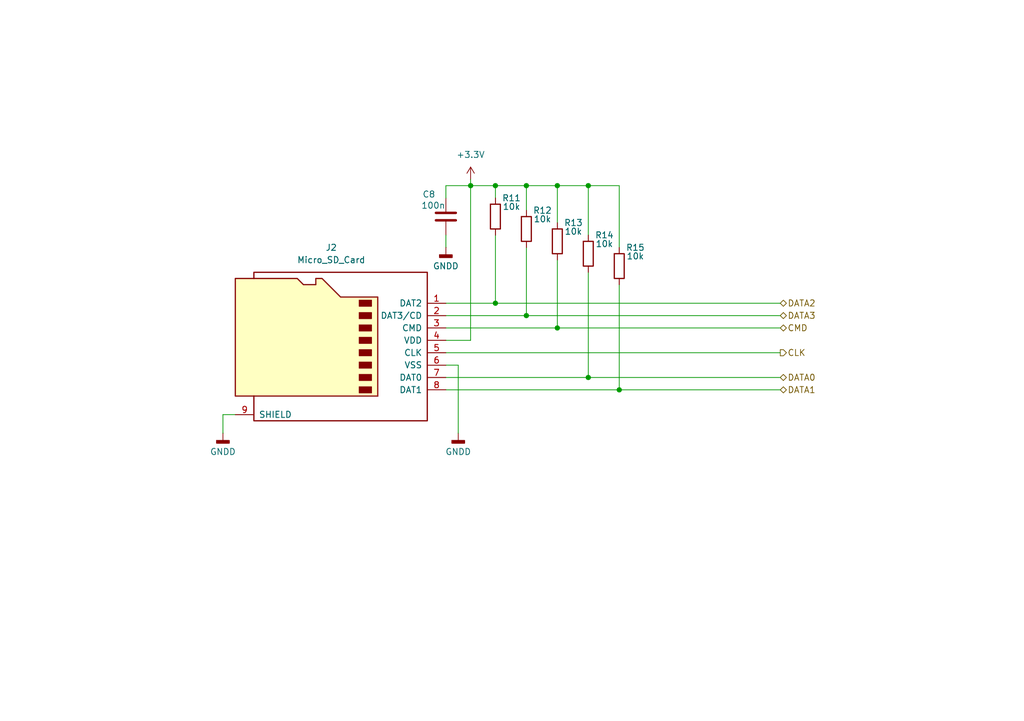
<source format=kicad_sch>
(kicad_sch
	(version 20250114)
	(generator "eeschema")
	(generator_version "9.0")
	(uuid "7662511e-850c-45f3-bb55-83a083d608d3")
	(paper "A5")
	(lib_symbols
		(symbol "Connector:Micro_SD_Card"
			(pin_names
				(offset 1.016)
			)
			(exclude_from_sim no)
			(in_bom yes)
			(on_board yes)
			(property "Reference" "J"
				(at -16.51 15.24 0)
				(effects
					(font
						(size 1.27 1.27)
					)
				)
			)
			(property "Value" "Micro_SD_Card"
				(at 16.51 15.24 0)
				(effects
					(font
						(size 1.27 1.27)
					)
					(justify right)
				)
			)
			(property "Footprint" ""
				(at 29.21 7.62 0)
				(effects
					(font
						(size 1.27 1.27)
					)
					(hide yes)
				)
			)
			(property "Datasheet" "https://www.we-online.com/components/products/datasheet/693072010801.pdf"
				(at 0 0 0)
				(effects
					(font
						(size 1.27 1.27)
					)
					(hide yes)
				)
			)
			(property "Description" "Micro SD Card Socket"
				(at 0 0 0)
				(effects
					(font
						(size 1.27 1.27)
					)
					(hide yes)
				)
			)
			(property "ki_keywords" "connector SD microsd"
				(at 0 0 0)
				(effects
					(font
						(size 1.27 1.27)
					)
					(hide yes)
				)
			)
			(property "ki_fp_filters" "microSD*"
				(at 0 0 0)
				(effects
					(font
						(size 1.27 1.27)
					)
					(hide yes)
				)
			)
			(symbol "Micro_SD_Card_0_1"
				(polyline
					(pts
						(xy -8.89 -11.43) (xy -8.89 8.89) (xy -1.27 8.89) (xy 2.54 12.7) (xy 3.81 12.7) (xy 3.81 11.43)
						(xy 6.35 11.43) (xy 7.62 12.7) (xy 20.32 12.7) (xy 20.32 -11.43) (xy -8.89 -11.43)
					)
					(stroke
						(width 0.254)
						(type default)
					)
					(fill
						(type background)
					)
				)
				(rectangle
					(start -7.62 8.255)
					(end -5.08 6.985)
					(stroke
						(width 0)
						(type default)
					)
					(fill
						(type outline)
					)
				)
				(rectangle
					(start -7.62 5.715)
					(end -5.08 4.445)
					(stroke
						(width 0)
						(type default)
					)
					(fill
						(type outline)
					)
				)
				(rectangle
					(start -7.62 3.175)
					(end -5.08 1.905)
					(stroke
						(width 0)
						(type default)
					)
					(fill
						(type outline)
					)
				)
				(rectangle
					(start -7.62 0.635)
					(end -5.08 -0.635)
					(stroke
						(width 0)
						(type default)
					)
					(fill
						(type outline)
					)
				)
				(rectangle
					(start -7.62 -1.905)
					(end -5.08 -3.175)
					(stroke
						(width 0)
						(type default)
					)
					(fill
						(type outline)
					)
				)
				(rectangle
					(start -7.62 -4.445)
					(end -5.08 -5.715)
					(stroke
						(width 0)
						(type default)
					)
					(fill
						(type outline)
					)
				)
				(rectangle
					(start -7.62 -6.985)
					(end -5.08 -8.255)
					(stroke
						(width 0)
						(type default)
					)
					(fill
						(type outline)
					)
				)
				(rectangle
					(start -7.62 -9.525)
					(end -5.08 -10.795)
					(stroke
						(width 0)
						(type default)
					)
					(fill
						(type outline)
					)
				)
				(polyline
					(pts
						(xy 16.51 12.7) (xy 16.51 13.97) (xy -19.05 13.97) (xy -19.05 -16.51) (xy 16.51 -16.51) (xy 16.51 -11.43)
					)
					(stroke
						(width 0.254)
						(type default)
					)
					(fill
						(type none)
					)
				)
			)
			(symbol "Micro_SD_Card_1_1"
				(pin bidirectional line
					(at -22.86 7.62 0)
					(length 3.81)
					(name "DAT2"
						(effects
							(font
								(size 1.27 1.27)
							)
						)
					)
					(number "1"
						(effects
							(font
								(size 1.27 1.27)
							)
						)
					)
				)
				(pin bidirectional line
					(at -22.86 5.08 0)
					(length 3.81)
					(name "DAT3/CD"
						(effects
							(font
								(size 1.27 1.27)
							)
						)
					)
					(number "2"
						(effects
							(font
								(size 1.27 1.27)
							)
						)
					)
				)
				(pin input line
					(at -22.86 2.54 0)
					(length 3.81)
					(name "CMD"
						(effects
							(font
								(size 1.27 1.27)
							)
						)
					)
					(number "3"
						(effects
							(font
								(size 1.27 1.27)
							)
						)
					)
				)
				(pin power_in line
					(at -22.86 0 0)
					(length 3.81)
					(name "VDD"
						(effects
							(font
								(size 1.27 1.27)
							)
						)
					)
					(number "4"
						(effects
							(font
								(size 1.27 1.27)
							)
						)
					)
				)
				(pin input line
					(at -22.86 -2.54 0)
					(length 3.81)
					(name "CLK"
						(effects
							(font
								(size 1.27 1.27)
							)
						)
					)
					(number "5"
						(effects
							(font
								(size 1.27 1.27)
							)
						)
					)
				)
				(pin power_in line
					(at -22.86 -5.08 0)
					(length 3.81)
					(name "VSS"
						(effects
							(font
								(size 1.27 1.27)
							)
						)
					)
					(number "6"
						(effects
							(font
								(size 1.27 1.27)
							)
						)
					)
				)
				(pin bidirectional line
					(at -22.86 -7.62 0)
					(length 3.81)
					(name "DAT0"
						(effects
							(font
								(size 1.27 1.27)
							)
						)
					)
					(number "7"
						(effects
							(font
								(size 1.27 1.27)
							)
						)
					)
				)
				(pin bidirectional line
					(at -22.86 -10.16 0)
					(length 3.81)
					(name "DAT1"
						(effects
							(font
								(size 1.27 1.27)
							)
						)
					)
					(number "8"
						(effects
							(font
								(size 1.27 1.27)
							)
						)
					)
				)
				(pin passive line
					(at 20.32 -15.24 180)
					(length 3.81)
					(name "SHIELD"
						(effects
							(font
								(size 1.27 1.27)
							)
						)
					)
					(number "9"
						(effects
							(font
								(size 1.27 1.27)
							)
						)
					)
				)
			)
			(embedded_fonts no)
		)
		(symbol "Device:C"
			(pin_numbers
				(hide yes)
			)
			(pin_names
				(offset 0.254)
			)
			(exclude_from_sim no)
			(in_bom yes)
			(on_board yes)
			(property "Reference" "C"
				(at 0.635 2.54 0)
				(effects
					(font
						(size 1.27 1.27)
					)
					(justify left)
				)
			)
			(property "Value" "C"
				(at 0.635 -2.54 0)
				(effects
					(font
						(size 1.27 1.27)
					)
					(justify left)
				)
			)
			(property "Footprint" ""
				(at 0.9652 -3.81 0)
				(effects
					(font
						(size 1.27 1.27)
					)
					(hide yes)
				)
			)
			(property "Datasheet" "~"
				(at 0 0 0)
				(effects
					(font
						(size 1.27 1.27)
					)
					(hide yes)
				)
			)
			(property "Description" "Unpolarized capacitor"
				(at 0 0 0)
				(effects
					(font
						(size 1.27 1.27)
					)
					(hide yes)
				)
			)
			(property "ki_keywords" "cap capacitor"
				(at 0 0 0)
				(effects
					(font
						(size 1.27 1.27)
					)
					(hide yes)
				)
			)
			(property "ki_fp_filters" "C_*"
				(at 0 0 0)
				(effects
					(font
						(size 1.27 1.27)
					)
					(hide yes)
				)
			)
			(symbol "C_0_1"
				(polyline
					(pts
						(xy -2.032 0.762) (xy 2.032 0.762)
					)
					(stroke
						(width 0.508)
						(type default)
					)
					(fill
						(type none)
					)
				)
				(polyline
					(pts
						(xy -2.032 -0.762) (xy 2.032 -0.762)
					)
					(stroke
						(width 0.508)
						(type default)
					)
					(fill
						(type none)
					)
				)
			)
			(symbol "C_1_1"
				(pin passive line
					(at 0 3.81 270)
					(length 2.794)
					(name "~"
						(effects
							(font
								(size 1.27 1.27)
							)
						)
					)
					(number "1"
						(effects
							(font
								(size 1.27 1.27)
							)
						)
					)
				)
				(pin passive line
					(at 0 -3.81 90)
					(length 2.794)
					(name "~"
						(effects
							(font
								(size 1.27 1.27)
							)
						)
					)
					(number "2"
						(effects
							(font
								(size 1.27 1.27)
							)
						)
					)
				)
			)
			(embedded_fonts no)
		)
		(symbol "Device:R"
			(pin_numbers
				(hide yes)
			)
			(pin_names
				(offset 0)
			)
			(exclude_from_sim no)
			(in_bom yes)
			(on_board yes)
			(property "Reference" "R"
				(at 2.032 0 90)
				(effects
					(font
						(size 1.27 1.27)
					)
				)
			)
			(property "Value" "R"
				(at 0 0 90)
				(effects
					(font
						(size 1.27 1.27)
					)
				)
			)
			(property "Footprint" ""
				(at -1.778 0 90)
				(effects
					(font
						(size 1.27 1.27)
					)
					(hide yes)
				)
			)
			(property "Datasheet" "~"
				(at 0 0 0)
				(effects
					(font
						(size 1.27 1.27)
					)
					(hide yes)
				)
			)
			(property "Description" "Resistor"
				(at 0 0 0)
				(effects
					(font
						(size 1.27 1.27)
					)
					(hide yes)
				)
			)
			(property "ki_keywords" "R res resistor"
				(at 0 0 0)
				(effects
					(font
						(size 1.27 1.27)
					)
					(hide yes)
				)
			)
			(property "ki_fp_filters" "R_*"
				(at 0 0 0)
				(effects
					(font
						(size 1.27 1.27)
					)
					(hide yes)
				)
			)
			(symbol "R_0_1"
				(rectangle
					(start -1.016 -2.54)
					(end 1.016 2.54)
					(stroke
						(width 0.254)
						(type default)
					)
					(fill
						(type none)
					)
				)
			)
			(symbol "R_1_1"
				(pin passive line
					(at 0 3.81 270)
					(length 1.27)
					(name "~"
						(effects
							(font
								(size 1.27 1.27)
							)
						)
					)
					(number "1"
						(effects
							(font
								(size 1.27 1.27)
							)
						)
					)
				)
				(pin passive line
					(at 0 -3.81 90)
					(length 1.27)
					(name "~"
						(effects
							(font
								(size 1.27 1.27)
							)
						)
					)
					(number "2"
						(effects
							(font
								(size 1.27 1.27)
							)
						)
					)
				)
			)
			(embedded_fonts no)
		)
		(symbol "power:+3.3V"
			(power)
			(pin_numbers
				(hide yes)
			)
			(pin_names
				(offset 0)
				(hide yes)
			)
			(exclude_from_sim no)
			(in_bom yes)
			(on_board yes)
			(property "Reference" "#PWR"
				(at 0 -3.81 0)
				(effects
					(font
						(size 1.27 1.27)
					)
					(hide yes)
				)
			)
			(property "Value" "+3.3V"
				(at 0 3.556 0)
				(effects
					(font
						(size 1.27 1.27)
					)
				)
			)
			(property "Footprint" ""
				(at 0 0 0)
				(effects
					(font
						(size 1.27 1.27)
					)
					(hide yes)
				)
			)
			(property "Datasheet" ""
				(at 0 0 0)
				(effects
					(font
						(size 1.27 1.27)
					)
					(hide yes)
				)
			)
			(property "Description" "Power symbol creates a global label with name \"+3.3V\""
				(at 0 0 0)
				(effects
					(font
						(size 1.27 1.27)
					)
					(hide yes)
				)
			)
			(property "ki_keywords" "global power"
				(at 0 0 0)
				(effects
					(font
						(size 1.27 1.27)
					)
					(hide yes)
				)
			)
			(symbol "+3.3V_0_1"
				(polyline
					(pts
						(xy -0.762 1.27) (xy 0 2.54)
					)
					(stroke
						(width 0)
						(type default)
					)
					(fill
						(type none)
					)
				)
				(polyline
					(pts
						(xy 0 2.54) (xy 0.762 1.27)
					)
					(stroke
						(width 0)
						(type default)
					)
					(fill
						(type none)
					)
				)
				(polyline
					(pts
						(xy 0 0) (xy 0 2.54)
					)
					(stroke
						(width 0)
						(type default)
					)
					(fill
						(type none)
					)
				)
			)
			(symbol "+3.3V_1_1"
				(pin power_in line
					(at 0 0 90)
					(length 0)
					(name "~"
						(effects
							(font
								(size 1.27 1.27)
							)
						)
					)
					(number "1"
						(effects
							(font
								(size 1.27 1.27)
							)
						)
					)
				)
			)
			(embedded_fonts no)
		)
		(symbol "power:GNDD"
			(power)
			(pin_numbers
				(hide yes)
			)
			(pin_names
				(offset 0)
				(hide yes)
			)
			(exclude_from_sim no)
			(in_bom yes)
			(on_board yes)
			(property "Reference" "#PWR"
				(at 0 -6.35 0)
				(effects
					(font
						(size 1.27 1.27)
					)
					(hide yes)
				)
			)
			(property "Value" "GNDD"
				(at 0 -3.175 0)
				(effects
					(font
						(size 1.27 1.27)
					)
				)
			)
			(property "Footprint" ""
				(at 0 0 0)
				(effects
					(font
						(size 1.27 1.27)
					)
					(hide yes)
				)
			)
			(property "Datasheet" ""
				(at 0 0 0)
				(effects
					(font
						(size 1.27 1.27)
					)
					(hide yes)
				)
			)
			(property "Description" "Power symbol creates a global label with name \"GNDD\" , digital ground"
				(at 0 0 0)
				(effects
					(font
						(size 1.27 1.27)
					)
					(hide yes)
				)
			)
			(property "ki_keywords" "global power"
				(at 0 0 0)
				(effects
					(font
						(size 1.27 1.27)
					)
					(hide yes)
				)
			)
			(symbol "GNDD_0_1"
				(rectangle
					(start -1.27 -1.524)
					(end 1.27 -2.032)
					(stroke
						(width 0.254)
						(type default)
					)
					(fill
						(type outline)
					)
				)
				(polyline
					(pts
						(xy 0 0) (xy 0 -1.524)
					)
					(stroke
						(width 0)
						(type default)
					)
					(fill
						(type none)
					)
				)
			)
			(symbol "GNDD_1_1"
				(pin power_in line
					(at 0 0 270)
					(length 0)
					(name "~"
						(effects
							(font
								(size 1.27 1.27)
							)
						)
					)
					(number "1"
						(effects
							(font
								(size 1.27 1.27)
							)
						)
					)
				)
			)
			(embedded_fonts no)
		)
	)
	(junction
		(at 127 80.01)
		(diameter 0)
		(color 0 0 0 0)
		(uuid "048bdbf6-995f-4578-9c7a-13ac304566b3")
	)
	(junction
		(at 101.6 62.23)
		(diameter 0)
		(color 0 0 0 0)
		(uuid "05c67be6-ee83-4161-acf9-348e68855384")
	)
	(junction
		(at 120.65 77.47)
		(diameter 0)
		(color 0 0 0 0)
		(uuid "3a890347-fb08-4297-baaa-f1e2ef97b5fd")
	)
	(junction
		(at 107.95 64.77)
		(diameter 0)
		(color 0 0 0 0)
		(uuid "3cb5557d-98df-45e2-a5a4-b6959c867cec")
	)
	(junction
		(at 107.95 38.1)
		(diameter 0)
		(color 0 0 0 0)
		(uuid "4602d92e-e872-4452-9743-24020c828a33")
	)
	(junction
		(at 114.3 67.31)
		(diameter 0)
		(color 0 0 0 0)
		(uuid "9f36a5f8-a744-4475-9a35-b7525e15657e")
	)
	(junction
		(at 101.6 38.1)
		(diameter 0)
		(color 0 0 0 0)
		(uuid "aa21c506-b521-498b-9f6d-6260851c68df")
	)
	(junction
		(at 96.52 38.1)
		(diameter 0)
		(color 0 0 0 0)
		(uuid "acf894b8-a627-4ac4-9a63-b92a522b0890")
	)
	(junction
		(at 114.3 38.1)
		(diameter 0)
		(color 0 0 0 0)
		(uuid "e61536e1-0615-49a5-ac87-561dceafd591")
	)
	(junction
		(at 120.65 38.1)
		(diameter 0)
		(color 0 0 0 0)
		(uuid "e65865ac-1acf-4c51-bd6b-0f7c5542a52b")
	)
	(wire
		(pts
			(xy 91.44 38.1) (xy 91.44 40.64)
		)
		(stroke
			(width 0)
			(type default)
		)
		(uuid "060ee8d3-5ed0-4db4-8b9e-8181a990f0d9")
	)
	(wire
		(pts
			(xy 120.65 38.1) (xy 127 38.1)
		)
		(stroke
			(width 0)
			(type default)
		)
		(uuid "06399040-b37b-48dd-bacf-c760c468a600")
	)
	(wire
		(pts
			(xy 91.44 62.23) (xy 101.6 62.23)
		)
		(stroke
			(width 0)
			(type default)
		)
		(uuid "13698516-380d-4bac-8a9e-fec0bbccbbf0")
	)
	(wire
		(pts
			(xy 114.3 53.34) (xy 114.3 67.31)
		)
		(stroke
			(width 0)
			(type default)
		)
		(uuid "1518b476-f35b-482b-a17a-d53ad9fc1196")
	)
	(wire
		(pts
			(xy 45.72 85.09) (xy 48.26 85.09)
		)
		(stroke
			(width 0)
			(type default)
		)
		(uuid "26bc82a6-455c-4f13-8e55-25ed362d0f18")
	)
	(wire
		(pts
			(xy 107.95 38.1) (xy 107.95 43.18)
		)
		(stroke
			(width 0)
			(type default)
		)
		(uuid "28a9089d-0db9-43ef-b9f9-c3c85ed07c47")
	)
	(wire
		(pts
			(xy 127 58.42) (xy 127 80.01)
		)
		(stroke
			(width 0)
			(type default)
		)
		(uuid "2aba07fd-aff7-4b54-9c02-a569cc3840e0")
	)
	(wire
		(pts
			(xy 91.44 74.93) (xy 93.98 74.93)
		)
		(stroke
			(width 0)
			(type default)
		)
		(uuid "2d0157b5-f5bb-4b9c-834a-b6ef9bd64cc8")
	)
	(wire
		(pts
			(xy 45.72 85.09) (xy 45.72 88.9)
		)
		(stroke
			(width 0)
			(type default)
		)
		(uuid "34348b0e-9aa7-4fdd-9fe8-2dee1b09a8cb")
	)
	(wire
		(pts
			(xy 101.6 48.26) (xy 101.6 62.23)
		)
		(stroke
			(width 0)
			(type default)
		)
		(uuid "3d683218-ce9a-40cb-9b31-1d0de241ee86")
	)
	(wire
		(pts
			(xy 127 38.1) (xy 127 50.8)
		)
		(stroke
			(width 0)
			(type default)
		)
		(uuid "468356e7-973e-46a5-af6d-ec27deb46304")
	)
	(wire
		(pts
			(xy 120.65 77.47) (xy 160.02 77.47)
		)
		(stroke
			(width 0)
			(type default)
		)
		(uuid "4aac7e3b-b255-4392-99db-c3452d60bb32")
	)
	(wire
		(pts
			(xy 96.52 38.1) (xy 101.6 38.1)
		)
		(stroke
			(width 0)
			(type default)
		)
		(uuid "5d0ec555-aada-437a-aca2-2f6f2e536bda")
	)
	(wire
		(pts
			(xy 101.6 38.1) (xy 101.6 40.64)
		)
		(stroke
			(width 0)
			(type default)
		)
		(uuid "68e2fc8f-f968-4dcb-9c8a-f3255bc9459a")
	)
	(wire
		(pts
			(xy 107.95 64.77) (xy 160.02 64.77)
		)
		(stroke
			(width 0)
			(type default)
		)
		(uuid "75698b03-bda0-4b32-9ef4-f7cd9a185a72")
	)
	(wire
		(pts
			(xy 91.44 69.85) (xy 96.52 69.85)
		)
		(stroke
			(width 0)
			(type default)
		)
		(uuid "76d51064-8992-4984-8944-ef0cef11bbd1")
	)
	(wire
		(pts
			(xy 114.3 38.1) (xy 114.3 45.72)
		)
		(stroke
			(width 0)
			(type default)
		)
		(uuid "770ee0ba-9812-446c-ba77-57950e6200ca")
	)
	(wire
		(pts
			(xy 107.95 50.8) (xy 107.95 64.77)
		)
		(stroke
			(width 0)
			(type default)
		)
		(uuid "847a2733-62f4-45ca-9ea8-08e69270d9d5")
	)
	(wire
		(pts
			(xy 91.44 38.1) (xy 96.52 38.1)
		)
		(stroke
			(width 0)
			(type default)
		)
		(uuid "862e93f5-20f7-425a-8f53-03a72321a5db")
	)
	(wire
		(pts
			(xy 127 80.01) (xy 160.02 80.01)
		)
		(stroke
			(width 0)
			(type default)
		)
		(uuid "90f2bb26-b637-438a-8cb4-f7f562fd57c9")
	)
	(wire
		(pts
			(xy 114.3 38.1) (xy 120.65 38.1)
		)
		(stroke
			(width 0)
			(type default)
		)
		(uuid "9284e389-25a9-4c3c-a8c0-193318fa33f6")
	)
	(wire
		(pts
			(xy 91.44 64.77) (xy 107.95 64.77)
		)
		(stroke
			(width 0)
			(type default)
		)
		(uuid "a1d24706-b745-4096-b652-fbf1160bceae")
	)
	(wire
		(pts
			(xy 93.98 74.93) (xy 93.98 88.9)
		)
		(stroke
			(width 0)
			(type default)
		)
		(uuid "a5d59332-1449-4fa5-a9fb-87781f02a5ff")
	)
	(wire
		(pts
			(xy 114.3 67.31) (xy 160.02 67.31)
		)
		(stroke
			(width 0)
			(type default)
		)
		(uuid "b21f0888-c6c4-42c4-bda9-a65fff54b2a7")
	)
	(wire
		(pts
			(xy 101.6 62.23) (xy 160.02 62.23)
		)
		(stroke
			(width 0)
			(type default)
		)
		(uuid "b746a3d8-f942-4147-a463-05d7767fbaf0")
	)
	(wire
		(pts
			(xy 91.44 48.26) (xy 91.44 50.8)
		)
		(stroke
			(width 0)
			(type default)
		)
		(uuid "b7ef3d61-8b61-41f5-bd9a-47a12ecb3f40")
	)
	(wire
		(pts
			(xy 91.44 77.47) (xy 120.65 77.47)
		)
		(stroke
			(width 0)
			(type default)
		)
		(uuid "bab8145c-30e2-457b-9f28-34244781fdb6")
	)
	(wire
		(pts
			(xy 91.44 72.39) (xy 160.02 72.39)
		)
		(stroke
			(width 0)
			(type default)
		)
		(uuid "becb04a0-ad7b-4b1b-8826-7723bc3e8556")
	)
	(wire
		(pts
			(xy 120.65 55.88) (xy 120.65 77.47)
		)
		(stroke
			(width 0)
			(type default)
		)
		(uuid "da44b9cd-6b56-4e16-98ad-49d875470e32")
	)
	(wire
		(pts
			(xy 96.52 38.1) (xy 96.52 69.85)
		)
		(stroke
			(width 0)
			(type default)
		)
		(uuid "df50cd3c-716c-4940-8d24-effbc3d63940")
	)
	(wire
		(pts
			(xy 91.44 80.01) (xy 127 80.01)
		)
		(stroke
			(width 0)
			(type default)
		)
		(uuid "e65a2e07-97c6-4ea1-bd21-8abb6e68a88b")
	)
	(wire
		(pts
			(xy 96.52 36.83) (xy 96.52 38.1)
		)
		(stroke
			(width 0)
			(type default)
		)
		(uuid "ef81b196-7c00-41a8-b9f4-12301aa12b38")
	)
	(wire
		(pts
			(xy 107.95 38.1) (xy 114.3 38.1)
		)
		(stroke
			(width 0)
			(type default)
		)
		(uuid "f00e6990-0c0c-4468-b62f-1f8565579103")
	)
	(wire
		(pts
			(xy 91.44 67.31) (xy 114.3 67.31)
		)
		(stroke
			(width 0)
			(type default)
		)
		(uuid "f0887aab-a231-4c60-953b-73330e7a1b8d")
	)
	(wire
		(pts
			(xy 101.6 38.1) (xy 107.95 38.1)
		)
		(stroke
			(width 0)
			(type default)
		)
		(uuid "f3c5f029-f21c-4a55-998b-3db6d5a8c9c1")
	)
	(wire
		(pts
			(xy 120.65 38.1) (xy 120.65 48.26)
		)
		(stroke
			(width 0)
			(type default)
		)
		(uuid "f9d0162e-ea92-46e7-92db-d7878b727270")
	)
	(hierarchical_label "DATA2"
		(shape bidirectional)
		(at 160.02 62.23 0)
		(effects
			(font
				(size 1.27 1.27)
			)
			(justify left)
		)
		(uuid "007d8109-76d5-4b4d-b9af-6a948f268646")
	)
	(hierarchical_label "CMD"
		(shape bidirectional)
		(at 160.02 67.31 0)
		(effects
			(font
				(size 1.27 1.27)
			)
			(justify left)
		)
		(uuid "3a1044bd-10aa-42e5-9feb-e99267c5d2e7")
	)
	(hierarchical_label "DATA1"
		(shape bidirectional)
		(at 160.02 80.01 0)
		(effects
			(font
				(size 1.27 1.27)
			)
			(justify left)
		)
		(uuid "63806e22-9900-4939-87cb-503b9a280b2c")
	)
	(hierarchical_label "DATA3"
		(shape bidirectional)
		(at 160.02 64.77 0)
		(effects
			(font
				(size 1.27 1.27)
			)
			(justify left)
		)
		(uuid "68ae8072-dff7-4430-bbf1-1d1bcc85c951")
	)
	(hierarchical_label "CLK"
		(shape output)
		(at 160.02 72.39 0)
		(effects
			(font
				(size 1.27 1.27)
			)
			(justify left)
		)
		(uuid "6bd99a6f-60d3-4f9c-892a-8764f7b02fbc")
	)
	(hierarchical_label "DATA0"
		(shape bidirectional)
		(at 160.02 77.47 0)
		(effects
			(font
				(size 1.27 1.27)
			)
			(justify left)
		)
		(uuid "d901ebf1-3dbe-451b-a2f5-bf9516db6b32")
	)
	(symbol
		(lib_id "Device:R")
		(at 107.95 46.99 180)
		(unit 1)
		(exclude_from_sim no)
		(in_bom yes)
		(on_board yes)
		(dnp no)
		(uuid "10d71ce8-3aca-42fe-8503-dc9d257525b8")
		(property "Reference" "R12"
			(at 111.252 43.18 0)
			(effects
				(font
					(size 1.27 1.27)
				)
			)
		)
		(property "Value" "10k"
			(at 111.252 44.958 0)
			(effects
				(font
					(size 1.27 1.27)
				)
			)
		)
		(property "Footprint" "Resistor_SMD:R_0603_1608Metric_Pad0.98x0.95mm_HandSolder"
			(at 109.728 46.99 90)
			(effects
				(font
					(size 1.27 1.27)
				)
				(hide yes)
			)
		)
		(property "Datasheet" "~"
			(at 107.95 46.99 0)
			(effects
				(font
					(size 1.27 1.27)
				)
				(hide yes)
			)
		)
		(property "Description" "Resistor"
			(at 107.95 46.99 0)
			(effects
				(font
					(size 1.27 1.27)
				)
				(hide yes)
			)
		)
		(property "LSCS" "C2930027"
			(at 107.95 46.99 0)
			(effects
				(font
					(size 1.27 1.27)
				)
				(hide yes)
			)
		)
		(pin "2"
			(uuid "8249cf3b-1388-4d23-bf29-9495a7beaacf")
		)
		(pin "1"
			(uuid "5869a6f7-9f19-46aa-9c73-8b2e7d52d7d8")
		)
		(instances
			(project "SP"
				(path "/318a2fe5-3058-409c-8dc3-bfe2e6d8af4c/52555608-d7d1-4525-acca-35b7c9b59a17"
					(reference "R12")
					(unit 1)
				)
			)
		)
	)
	(symbol
		(lib_id "power:GNDD")
		(at 93.98 88.9 0)
		(unit 1)
		(exclude_from_sim no)
		(in_bom yes)
		(on_board yes)
		(dnp no)
		(fields_autoplaced yes)
		(uuid "18ecadad-45df-4949-9e54-2e40b37c27ef")
		(property "Reference" "#PWR044"
			(at 93.98 95.25 0)
			(effects
				(font
					(size 1.27 1.27)
				)
				(hide yes)
			)
		)
		(property "Value" "GNDD"
			(at 93.98 92.71 0)
			(effects
				(font
					(size 1.27 1.27)
				)
			)
		)
		(property "Footprint" ""
			(at 93.98 88.9 0)
			(effects
				(font
					(size 1.27 1.27)
				)
				(hide yes)
			)
		)
		(property "Datasheet" ""
			(at 93.98 88.9 0)
			(effects
				(font
					(size 1.27 1.27)
				)
				(hide yes)
			)
		)
		(property "Description" "Power symbol creates a global label with name \"GNDD\" , digital ground"
			(at 93.98 88.9 0)
			(effects
				(font
					(size 1.27 1.27)
				)
				(hide yes)
			)
		)
		(pin "1"
			(uuid "aed0a9cf-92be-469c-8cdf-ede6ddcdb1c3")
		)
		(instances
			(project "SP"
				(path "/318a2fe5-3058-409c-8dc3-bfe2e6d8af4c/52555608-d7d1-4525-acca-35b7c9b59a17"
					(reference "#PWR044")
					(unit 1)
				)
			)
		)
	)
	(symbol
		(lib_id "Device:R")
		(at 120.65 52.07 180)
		(unit 1)
		(exclude_from_sim no)
		(in_bom yes)
		(on_board yes)
		(dnp no)
		(uuid "1eebdca9-31d7-406f-b70e-8684a2f401e9")
		(property "Reference" "R14"
			(at 123.952 48.26 0)
			(effects
				(font
					(size 1.27 1.27)
				)
			)
		)
		(property "Value" "10k"
			(at 123.952 50.038 0)
			(effects
				(font
					(size 1.27 1.27)
				)
			)
		)
		(property "Footprint" "Resistor_SMD:R_0603_1608Metric_Pad0.98x0.95mm_HandSolder"
			(at 122.428 52.07 90)
			(effects
				(font
					(size 1.27 1.27)
				)
				(hide yes)
			)
		)
		(property "Datasheet" "~"
			(at 120.65 52.07 0)
			(effects
				(font
					(size 1.27 1.27)
				)
				(hide yes)
			)
		)
		(property "Description" "Resistor"
			(at 120.65 52.07 0)
			(effects
				(font
					(size 1.27 1.27)
				)
				(hide yes)
			)
		)
		(property "LSCS" "C2930027"
			(at 120.65 52.07 0)
			(effects
				(font
					(size 1.27 1.27)
				)
				(hide yes)
			)
		)
		(pin "2"
			(uuid "31670c8a-6146-4be2-9985-243ffc3aed88")
		)
		(pin "1"
			(uuid "695242e3-53c2-42dd-bab0-cfa166a99c6d")
		)
		(instances
			(project "SP"
				(path "/318a2fe5-3058-409c-8dc3-bfe2e6d8af4c/52555608-d7d1-4525-acca-35b7c9b59a17"
					(reference "R14")
					(unit 1)
				)
			)
		)
	)
	(symbol
		(lib_id "Device:R")
		(at 114.3 49.53 180)
		(unit 1)
		(exclude_from_sim no)
		(in_bom yes)
		(on_board yes)
		(dnp no)
		(uuid "31a583b8-51ba-4dfe-ab04-6b6d3dcd0c55")
		(property "Reference" "R13"
			(at 117.602 45.72 0)
			(effects
				(font
					(size 1.27 1.27)
				)
			)
		)
		(property "Value" "10k"
			(at 117.602 47.498 0)
			(effects
				(font
					(size 1.27 1.27)
				)
			)
		)
		(property "Footprint" "Resistor_SMD:R_0603_1608Metric_Pad0.98x0.95mm_HandSolder"
			(at 116.078 49.53 90)
			(effects
				(font
					(size 1.27 1.27)
				)
				(hide yes)
			)
		)
		(property "Datasheet" "~"
			(at 114.3 49.53 0)
			(effects
				(font
					(size 1.27 1.27)
				)
				(hide yes)
			)
		)
		(property "Description" "Resistor"
			(at 114.3 49.53 0)
			(effects
				(font
					(size 1.27 1.27)
				)
				(hide yes)
			)
		)
		(property "LSCS" "C2930027"
			(at 114.3 49.53 0)
			(effects
				(font
					(size 1.27 1.27)
				)
				(hide yes)
			)
		)
		(pin "2"
			(uuid "cec11081-bbb2-48f3-8b50-9e5f89af7922")
		)
		(pin "1"
			(uuid "90f0450c-296a-4e74-b88b-d36e55eb7a33")
		)
		(instances
			(project "SP"
				(path "/318a2fe5-3058-409c-8dc3-bfe2e6d8af4c/52555608-d7d1-4525-acca-35b7c9b59a17"
					(reference "R13")
					(unit 1)
				)
			)
		)
	)
	(symbol
		(lib_id "Connector:Micro_SD_Card")
		(at 68.58 69.85 0)
		(mirror y)
		(unit 1)
		(exclude_from_sim no)
		(in_bom yes)
		(on_board yes)
		(dnp no)
		(fields_autoplaced yes)
		(uuid "3ab4c046-da3d-4006-b4bb-3dc15ad539ad")
		(property "Reference" "J2"
			(at 67.945 50.8 0)
			(effects
				(font
					(size 1.27 1.27)
				)
			)
		)
		(property "Value" "Micro_SD_Card"
			(at 67.945 53.34 0)
			(effects
				(font
					(size 1.27 1.27)
				)
			)
		)
		(property "Footprint" "Connector_Card:microSD_HC_Wuerth_693072010801"
			(at 39.37 62.23 0)
			(effects
				(font
					(size 1.27 1.27)
				)
				(hide yes)
			)
		)
		(property "Datasheet" "https://www.we-online.com/components/products/datasheet/693072010801.pdf"
			(at 68.58 69.85 0)
			(effects
				(font
					(size 1.27 1.27)
				)
				(hide yes)
			)
		)
		(property "Description" "Micro SD Card Socket"
			(at 68.58 69.85 0)
			(effects
				(font
					(size 1.27 1.27)
				)
				(hide yes)
			)
		)
		(property "Mouser" "710-693072010801"
			(at 68.58 69.85 0)
			(effects
				(font
					(size 1.27 1.27)
				)
				(hide yes)
			)
		)
		(pin "4"
			(uuid "762330b3-99de-4884-9ba0-252a52497a88")
		)
		(pin "2"
			(uuid "f8519114-a9cf-4f2f-b40c-f7a0b2fe8b9a")
		)
		(pin "1"
			(uuid "3c188b52-f08d-49fe-bc0a-c465a2bf97a8")
		)
		(pin "3"
			(uuid "47f41572-5e93-48c5-b08a-3e5df3b490b5")
		)
		(pin "7"
			(uuid "fd36b889-d91e-4914-a489-b2f2d93dce2d")
		)
		(pin "8"
			(uuid "1d45f79d-c5aa-47e2-816f-30ac88287659")
		)
		(pin "9"
			(uuid "fc336db0-223a-415f-92c7-39e1dbcc9b32")
		)
		(pin "5"
			(uuid "22fc795a-a30d-4684-9d42-6a182a6c0019")
		)
		(pin "6"
			(uuid "9508c2ca-aee6-4e5c-8fa9-201028c9a48a")
		)
		(instances
			(project "SP"
				(path "/318a2fe5-3058-409c-8dc3-bfe2e6d8af4c/52555608-d7d1-4525-acca-35b7c9b59a17"
					(reference "J2")
					(unit 1)
				)
			)
		)
	)
	(symbol
		(lib_id "power:GNDD")
		(at 45.72 88.9 0)
		(unit 1)
		(exclude_from_sim no)
		(in_bom yes)
		(on_board yes)
		(dnp no)
		(fields_autoplaced yes)
		(uuid "4226c9de-e4a7-4108-9484-fef6176ee44b")
		(property "Reference" "#PWR039"
			(at 45.72 95.25 0)
			(effects
				(font
					(size 1.27 1.27)
				)
				(hide yes)
			)
		)
		(property "Value" "GNDD"
			(at 45.72 92.71 0)
			(effects
				(font
					(size 1.27 1.27)
				)
			)
		)
		(property "Footprint" ""
			(at 45.72 88.9 0)
			(effects
				(font
					(size 1.27 1.27)
				)
				(hide yes)
			)
		)
		(property "Datasheet" ""
			(at 45.72 88.9 0)
			(effects
				(font
					(size 1.27 1.27)
				)
				(hide yes)
			)
		)
		(property "Description" "Power symbol creates a global label with name \"GNDD\" , digital ground"
			(at 45.72 88.9 0)
			(effects
				(font
					(size 1.27 1.27)
				)
				(hide yes)
			)
		)
		(pin "1"
			(uuid "82402149-26d9-427f-a8a7-00f19104d207")
		)
		(instances
			(project "SP"
				(path "/318a2fe5-3058-409c-8dc3-bfe2e6d8af4c/52555608-d7d1-4525-acca-35b7c9b59a17"
					(reference "#PWR039")
					(unit 1)
				)
			)
		)
	)
	(symbol
		(lib_id "power:+3.3V")
		(at 96.52 36.83 0)
		(unit 1)
		(exclude_from_sim no)
		(in_bom yes)
		(on_board yes)
		(dnp no)
		(fields_autoplaced yes)
		(uuid "7e3f43e6-3ccc-44e1-801b-2193827d905a")
		(property "Reference" "#PWR043"
			(at 96.52 40.64 0)
			(effects
				(font
					(size 1.27 1.27)
				)
				(hide yes)
			)
		)
		(property "Value" "+3.3V"
			(at 96.52 31.75 0)
			(effects
				(font
					(size 1.27 1.27)
				)
			)
		)
		(property "Footprint" ""
			(at 96.52 36.83 0)
			(effects
				(font
					(size 1.27 1.27)
				)
				(hide yes)
			)
		)
		(property "Datasheet" ""
			(at 96.52 36.83 0)
			(effects
				(font
					(size 1.27 1.27)
				)
				(hide yes)
			)
		)
		(property "Description" "Power symbol creates a global label with name \"+3.3V\""
			(at 96.52 36.83 0)
			(effects
				(font
					(size 1.27 1.27)
				)
				(hide yes)
			)
		)
		(pin "1"
			(uuid "5a8fe7d2-e16c-4b57-ac91-6ce3b00730e2")
		)
		(instances
			(project "SP"
				(path "/318a2fe5-3058-409c-8dc3-bfe2e6d8af4c/52555608-d7d1-4525-acca-35b7c9b59a17"
					(reference "#PWR043")
					(unit 1)
				)
			)
		)
	)
	(symbol
		(lib_id "Device:R")
		(at 101.6 44.45 180)
		(unit 1)
		(exclude_from_sim no)
		(in_bom yes)
		(on_board yes)
		(dnp no)
		(uuid "904fb849-5ccc-426c-96e2-beb3bd3af3c0")
		(property "Reference" "R11"
			(at 104.902 40.64 0)
			(effects
				(font
					(size 1.27 1.27)
				)
			)
		)
		(property "Value" "10k"
			(at 104.902 42.418 0)
			(effects
				(font
					(size 1.27 1.27)
				)
			)
		)
		(property "Footprint" "Resistor_SMD:R_0603_1608Metric_Pad0.98x0.95mm_HandSolder"
			(at 103.378 44.45 90)
			(effects
				(font
					(size 1.27 1.27)
				)
				(hide yes)
			)
		)
		(property "Datasheet" "~"
			(at 101.6 44.45 0)
			(effects
				(font
					(size 1.27 1.27)
				)
				(hide yes)
			)
		)
		(property "Description" "Resistor"
			(at 101.6 44.45 0)
			(effects
				(font
					(size 1.27 1.27)
				)
				(hide yes)
			)
		)
		(property "LSCS" "C2930027"
			(at 101.6 44.45 0)
			(effects
				(font
					(size 1.27 1.27)
				)
				(hide yes)
			)
		)
		(pin "2"
			(uuid "dcb8c80b-c9ed-45b2-8472-ac42fa8f387e")
		)
		(pin "1"
			(uuid "0792074d-09c2-4498-879a-ee94d9dd0db2")
		)
		(instances
			(project "SP"
				(path "/318a2fe5-3058-409c-8dc3-bfe2e6d8af4c/52555608-d7d1-4525-acca-35b7c9b59a17"
					(reference "R11")
					(unit 1)
				)
			)
		)
	)
	(symbol
		(lib_id "Device:R")
		(at 127 54.61 180)
		(unit 1)
		(exclude_from_sim no)
		(in_bom yes)
		(on_board yes)
		(dnp no)
		(uuid "91d9f16f-9fc3-4f32-9b2a-ce6cf48c6372")
		(property "Reference" "R15"
			(at 130.302 50.8 0)
			(effects
				(font
					(size 1.27 1.27)
				)
			)
		)
		(property "Value" "10k"
			(at 130.302 52.578 0)
			(effects
				(font
					(size 1.27 1.27)
				)
			)
		)
		(property "Footprint" "Resistor_SMD:R_0603_1608Metric_Pad0.98x0.95mm_HandSolder"
			(at 128.778 54.61 90)
			(effects
				(font
					(size 1.27 1.27)
				)
				(hide yes)
			)
		)
		(property "Datasheet" "~"
			(at 127 54.61 0)
			(effects
				(font
					(size 1.27 1.27)
				)
				(hide yes)
			)
		)
		(property "Description" "Resistor"
			(at 127 54.61 0)
			(effects
				(font
					(size 1.27 1.27)
				)
				(hide yes)
			)
		)
		(property "LSCS" "C2930027"
			(at 127 54.61 0)
			(effects
				(font
					(size 1.27 1.27)
				)
				(hide yes)
			)
		)
		(pin "2"
			(uuid "f2020253-cd0f-408e-b7fa-29ae2b8747d6")
		)
		(pin "1"
			(uuid "6728d974-4ccb-4127-825f-dfb6f880e7cb")
		)
		(instances
			(project "SP"
				(path "/318a2fe5-3058-409c-8dc3-bfe2e6d8af4c/52555608-d7d1-4525-acca-35b7c9b59a17"
					(reference "R15")
					(unit 1)
				)
			)
		)
	)
	(symbol
		(lib_id "Device:C")
		(at 91.44 44.45 0)
		(unit 1)
		(exclude_from_sim no)
		(in_bom yes)
		(on_board yes)
		(dnp no)
		(uuid "c0485ab6-9d88-4863-a323-a58dc70cad36")
		(property "Reference" "C8"
			(at 86.614 39.878 0)
			(effects
				(font
					(size 1.27 1.27)
				)
				(justify left)
			)
		)
		(property "Value" "100n"
			(at 86.36 42.164 0)
			(effects
				(font
					(size 1.27 1.27)
				)
				(justify left)
			)
		)
		(property "Footprint" "Capacitor_THT:C_Axial_L3.8mm_D2.6mm_P15.00mm_Horizontal"
			(at 92.4052 48.26 0)
			(effects
				(font
					(size 1.27 1.27)
				)
				(hide yes)
			)
		)
		(property "Datasheet" "~"
			(at 91.44 44.45 0)
			(effects
				(font
					(size 1.27 1.27)
				)
				(hide yes)
			)
		)
		(property "Description" "Unpolarized capacitor"
			(at 91.44 44.45 0)
			(effects
				(font
					(size 1.27 1.27)
				)
				(hide yes)
			)
		)
		(property "LSCS" "C6119867"
			(at 91.44 44.45 0)
			(effects
				(font
					(size 1.27 1.27)
				)
				(hide yes)
			)
		)
		(pin "2"
			(uuid "6099773a-a0b4-4a73-9f81-fafbdbd74385")
		)
		(pin "1"
			(uuid "a112de8f-2cc5-47b4-a391-61254ea44f6b")
		)
		(instances
			(project "SP"
				(path "/318a2fe5-3058-409c-8dc3-bfe2e6d8af4c/52555608-d7d1-4525-acca-35b7c9b59a17"
					(reference "C8")
					(unit 1)
				)
			)
		)
	)
	(symbol
		(lib_id "power:GNDD")
		(at 91.44 50.8 0)
		(unit 1)
		(exclude_from_sim no)
		(in_bom yes)
		(on_board yes)
		(dnp no)
		(fields_autoplaced yes)
		(uuid "cb5b423b-3cf8-4a40-ab41-3eed48385e43")
		(property "Reference" "#PWR031"
			(at 91.44 57.15 0)
			(effects
				(font
					(size 1.27 1.27)
				)
				(hide yes)
			)
		)
		(property "Value" "GNDD"
			(at 91.44 54.61 0)
			(effects
				(font
					(size 1.27 1.27)
				)
			)
		)
		(property "Footprint" ""
			(at 91.44 50.8 0)
			(effects
				(font
					(size 1.27 1.27)
				)
				(hide yes)
			)
		)
		(property "Datasheet" ""
			(at 91.44 50.8 0)
			(effects
				(font
					(size 1.27 1.27)
				)
				(hide yes)
			)
		)
		(property "Description" "Power symbol creates a global label with name \"GNDD\" , digital ground"
			(at 91.44 50.8 0)
			(effects
				(font
					(size 1.27 1.27)
				)
				(hide yes)
			)
		)
		(pin "1"
			(uuid "c2996ab9-d55d-43d3-a9c0-95a699f8df86")
		)
		(instances
			(project "SP"
				(path "/318a2fe5-3058-409c-8dc3-bfe2e6d8af4c/52555608-d7d1-4525-acca-35b7c9b59a17"
					(reference "#PWR031")
					(unit 1)
				)
			)
		)
	)
)

</source>
